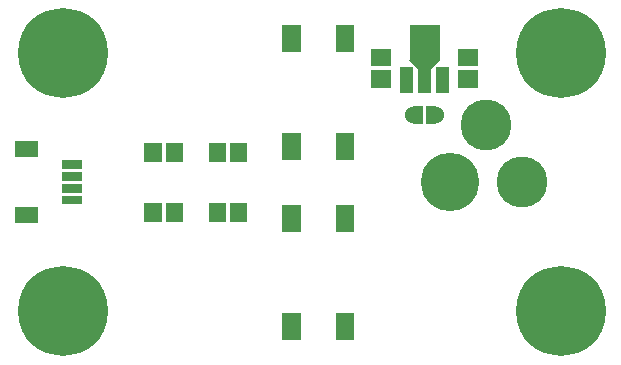
<source format=gbr>
G04 start of page 6 for group -4063 idx -4063 *
G04 Title: (unknown), componentmask *
G04 Creator: pcb 20140316 *
G04 CreationDate: Thu 20 Aug 2020 03:00:16 AM GMT UTC *
G04 For: railfan *
G04 Format: Gerber/RS-274X *
G04 PCB-Dimensions (mil): 2000.00 1200.00 *
G04 PCB-Coordinate-Origin: lower left *
%MOIN*%
%FSLAX25Y25*%
%LNTOPMASK*%
%ADD54R,0.0532X0.0532*%
%ADD53R,0.0296X0.0296*%
%ADD52R,0.0610X0.0610*%
%ADD51R,0.0572X0.0572*%
%ADD50R,0.0300X0.0300*%
%ADD49C,0.0600*%
%ADD48C,0.0001*%
%ADD47R,0.1005X0.1005*%
%ADD46R,0.0438X0.0438*%
%ADD45C,0.1700*%
%ADD44C,0.1950*%
%ADD43C,0.2997*%
G54D43*X183000Y17000D03*
Y103000D03*
G54D44*X146000Y60000D03*
G54D45*X170000D03*
X158000Y79000D03*
G54D43*X17000Y103000D03*
Y17000D03*
G54D46*X131594Y96110D02*Y92016D01*
X137500Y103826D02*Y92016D01*
G54D47*Y107450D02*Y105560D01*
G54D48*G36*
X134195Y102679D02*X137459Y99415D01*
X135615Y97571D01*
X132351Y100835D01*
X134195Y102679D01*
G37*
G36*
X137541Y99415D02*X140805Y102679D01*
X142649Y100835D01*
X139385Y97571D01*
X137541Y99415D01*
G37*
G54D46*X143406Y96110D02*Y92016D01*
G54D49*X134100Y82500D03*
G54D50*X135600Y84000D02*Y81000D01*
G54D49*X140900Y82500D03*
G54D50*X139400Y84000D02*Y81000D01*
G54D51*X151607Y94457D02*X152393D01*
X151607Y101543D02*X152393D01*
X122607Y94457D02*X123393D01*
X122607Y101543D02*X123393D01*
G54D52*X110900Y109350D02*Y106550D01*
Y73450D02*Y70650D01*
X93100Y109350D02*Y106550D01*
Y73450D02*Y70650D01*
G54D51*X75586Y70393D02*Y69607D01*
Y50393D02*Y49607D01*
G54D53*X18130Y65906D02*X21870D01*
X18130Y61969D02*X21870D01*
X18130Y58031D02*X21870D01*
X18130Y54094D02*X21870D01*
G54D54*X3563Y71024D02*X5925D01*
X3563Y48976D02*X5925D01*
G54D51*X68500Y70393D02*Y69607D01*
X54086Y70393D02*Y69607D01*
X47000Y70393D02*Y69607D01*
X54086Y50393D02*Y49607D01*
X47000Y50393D02*Y49607D01*
X68500Y50393D02*Y49607D01*
G54D52*X110900Y49350D02*Y46550D01*
X93100Y49350D02*Y46550D01*
X110900Y13450D02*Y10650D01*
X93100Y13450D02*Y10650D01*
M02*

</source>
